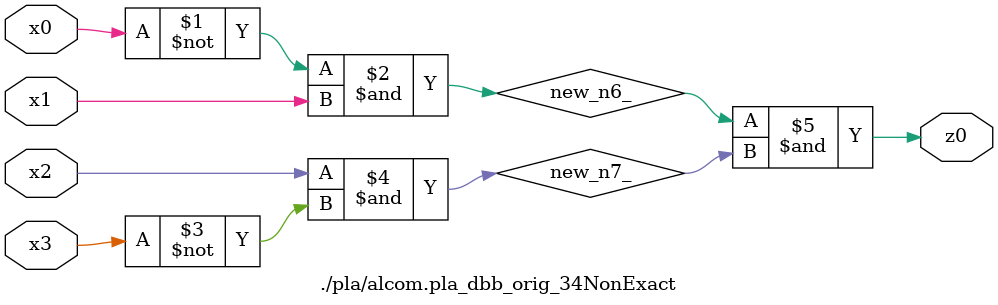
<source format=v>

module \./pla/alcom.pla_dbb_orig_34NonExact  ( 
    x0, x1, x2, x3,
    z0  );
  input  x0, x1, x2, x3;
  output z0;
  wire new_n6_, new_n7_;
  assign new_n6_ = ~x0 & x1;
  assign new_n7_ = x2 & ~x3;
  assign z0 = new_n6_ & new_n7_;
endmodule



</source>
